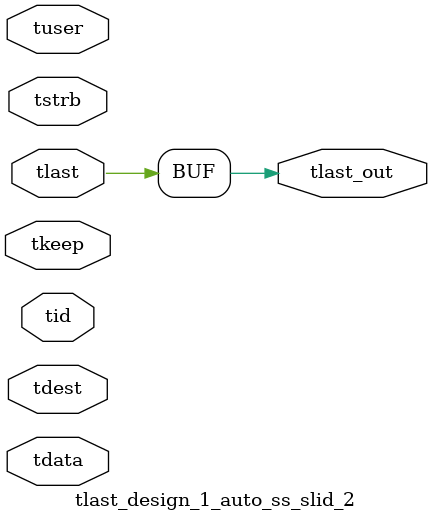
<source format=v>


`timescale 1ps/1ps

module tlast_design_1_auto_ss_slid_2 #
(
parameter C_S_AXIS_TID_WIDTH   = 1,
parameter C_S_AXIS_TUSER_WIDTH = 0,
parameter C_S_AXIS_TDATA_WIDTH = 0,
parameter C_S_AXIS_TDEST_WIDTH = 0
)
(
input  [(C_S_AXIS_TID_WIDTH   == 0 ? 1 : C_S_AXIS_TID_WIDTH)-1:0       ] tid,
input  [(C_S_AXIS_TDATA_WIDTH == 0 ? 1 : C_S_AXIS_TDATA_WIDTH)-1:0     ] tdata,
input  [(C_S_AXIS_TUSER_WIDTH == 0 ? 1 : C_S_AXIS_TUSER_WIDTH)-1:0     ] tuser,
input  [(C_S_AXIS_TDEST_WIDTH == 0 ? 1 : C_S_AXIS_TDEST_WIDTH)-1:0     ] tdest,
input  [(C_S_AXIS_TDATA_WIDTH/8)-1:0 ] tkeep,
input  [(C_S_AXIS_TDATA_WIDTH/8)-1:0 ] tstrb,
input  [0:0]                                                             tlast,
output                                                                   tlast_out
);

assign tlast_out = {tlast};

endmodule


</source>
